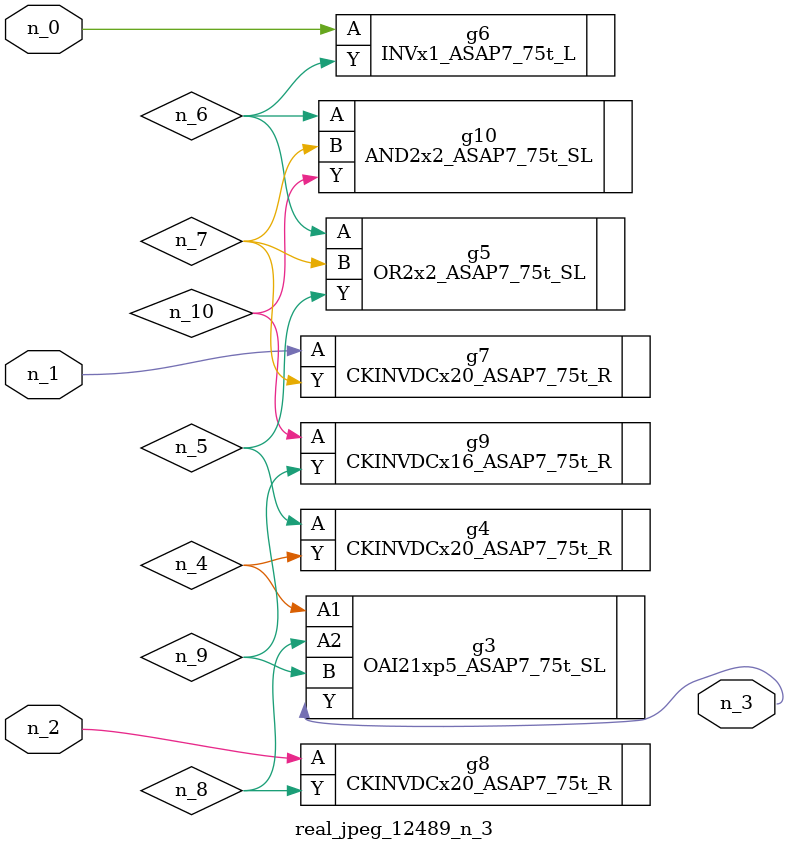
<source format=v>
module real_jpeg_12489_n_3 (n_1, n_0, n_2, n_3);

input n_1;
input n_0;
input n_2;

output n_3;

wire n_5;
wire n_8;
wire n_4;
wire n_6;
wire n_7;
wire n_10;
wire n_9;

INVx1_ASAP7_75t_L g6 ( 
.A(n_0),
.Y(n_6)
);

CKINVDCx20_ASAP7_75t_R g7 ( 
.A(n_1),
.Y(n_7)
);

CKINVDCx20_ASAP7_75t_R g8 ( 
.A(n_2),
.Y(n_8)
);

OAI21xp5_ASAP7_75t_SL g3 ( 
.A1(n_4),
.A2(n_8),
.B(n_9),
.Y(n_3)
);

CKINVDCx20_ASAP7_75t_R g4 ( 
.A(n_5),
.Y(n_4)
);

OR2x2_ASAP7_75t_SL g5 ( 
.A(n_6),
.B(n_7),
.Y(n_5)
);

AND2x2_ASAP7_75t_SL g10 ( 
.A(n_6),
.B(n_7),
.Y(n_10)
);

CKINVDCx16_ASAP7_75t_R g9 ( 
.A(n_10),
.Y(n_9)
);


endmodule
</source>
